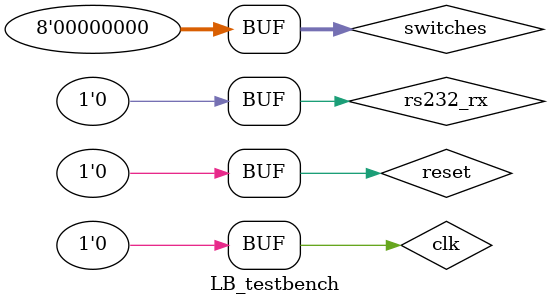
<source format=v>
`timescale 1ns / 1ps


module LB_testbench;

	// Inputs
	reg [7:0] switches;
	reg rs232_rx;
	reg reset;
	reg clk;

	// Outputs
	wire [7:0] leds;
	wire rs232_tx;

	// Instantiate the Unit Under Test (UUT)
	loopback uut (
		.switches(switches), 
		.leds(leds), 
		.rs232_tx(rs232_tx), 
		.rs232_rx(rs232_rx), 
		.reset(reset), 
		.clk(clk)
	);

	initial begin
		// Initialize Inputs
		switches = 0;
		rs232_rx = 0;
		reset = 0;
		clk = 0;

		// Wait 100 ns for global reset to finish
		#100;
        
		// Add stimulus here

	end
      
endmodule


</source>
